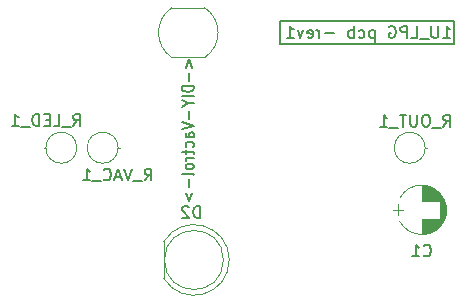
<source format=gbr>
G04 #@! TF.GenerationSoftware,KiCad,Pcbnew,(5.0.0)*
G04 #@! TF.CreationDate,2018-08-18T16:48:04+02:00*
G04 #@! TF.ProjectId,1u_lpg,31755F6C70672E6B696361645F706362,rev?*
G04 #@! TF.SameCoordinates,Original*
G04 #@! TF.FileFunction,Legend,Bot*
G04 #@! TF.FilePolarity,Positive*
%FSLAX46Y46*%
G04 Gerber Fmt 4.6, Leading zero omitted, Abs format (unit mm)*
G04 Created by KiCad (PCBNEW (5.0.0)) date 08/18/18 16:48:04*
%MOMM*%
%LPD*%
G01*
G04 APERTURE LIST*
%ADD10C,0.200000*%
%ADD11C,0.150000*%
%ADD12C,0.120000*%
G04 APERTURE END LIST*
D10*
X37500000Y-2250000D02*
X37500000Y-250000D01*
X22750000Y-2250000D02*
X37500000Y-2250000D01*
X22750000Y-250000D02*
X22750000Y-2250000D01*
X37500000Y-250000D02*
X22750000Y-250000D01*
D11*
X36583333Y-1702380D02*
X37154761Y-1702380D01*
X36869047Y-1702380D02*
X36869047Y-702380D01*
X36964285Y-845238D01*
X37059523Y-940476D01*
X37154761Y-988095D01*
X36154761Y-702380D02*
X36154761Y-1511904D01*
X36107142Y-1607142D01*
X36059523Y-1654761D01*
X35964285Y-1702380D01*
X35773809Y-1702380D01*
X35678571Y-1654761D01*
X35630952Y-1607142D01*
X35583333Y-1511904D01*
X35583333Y-702380D01*
X35345238Y-1797619D02*
X34583333Y-1797619D01*
X33869047Y-1702380D02*
X34345238Y-1702380D01*
X34345238Y-702380D01*
X33535714Y-1702380D02*
X33535714Y-702380D01*
X33154761Y-702380D01*
X33059523Y-750000D01*
X33011904Y-797619D01*
X32964285Y-892857D01*
X32964285Y-1035714D01*
X33011904Y-1130952D01*
X33059523Y-1178571D01*
X33154761Y-1226190D01*
X33535714Y-1226190D01*
X32011904Y-750000D02*
X32107142Y-702380D01*
X32250000Y-702380D01*
X32392857Y-750000D01*
X32488095Y-845238D01*
X32535714Y-940476D01*
X32583333Y-1130952D01*
X32583333Y-1273809D01*
X32535714Y-1464285D01*
X32488095Y-1559523D01*
X32392857Y-1654761D01*
X32250000Y-1702380D01*
X32154761Y-1702380D01*
X32011904Y-1654761D01*
X31964285Y-1607142D01*
X31964285Y-1273809D01*
X32154761Y-1273809D01*
X30773809Y-1035714D02*
X30773809Y-2035714D01*
X30773809Y-1083333D02*
X30678571Y-1035714D01*
X30488095Y-1035714D01*
X30392857Y-1083333D01*
X30345238Y-1130952D01*
X30297619Y-1226190D01*
X30297619Y-1511904D01*
X30345238Y-1607142D01*
X30392857Y-1654761D01*
X30488095Y-1702380D01*
X30678571Y-1702380D01*
X30773809Y-1654761D01*
X29440476Y-1654761D02*
X29535714Y-1702380D01*
X29726190Y-1702380D01*
X29821428Y-1654761D01*
X29869047Y-1607142D01*
X29916666Y-1511904D01*
X29916666Y-1226190D01*
X29869047Y-1130952D01*
X29821428Y-1083333D01*
X29726190Y-1035714D01*
X29535714Y-1035714D01*
X29440476Y-1083333D01*
X29011904Y-1702380D02*
X29011904Y-702380D01*
X29011904Y-1083333D02*
X28916666Y-1035714D01*
X28726190Y-1035714D01*
X28630952Y-1083333D01*
X28583333Y-1130952D01*
X28535714Y-1226190D01*
X28535714Y-1511904D01*
X28583333Y-1607142D01*
X28630952Y-1654761D01*
X28726190Y-1702380D01*
X28916666Y-1702380D01*
X29011904Y-1654761D01*
X27345238Y-1321428D02*
X26583333Y-1321428D01*
X26107142Y-1702380D02*
X26107142Y-1035714D01*
X26107142Y-1226190D02*
X26059523Y-1130952D01*
X26011904Y-1083333D01*
X25916666Y-1035714D01*
X25821428Y-1035714D01*
X25107142Y-1654761D02*
X25202380Y-1702380D01*
X25392857Y-1702380D01*
X25488095Y-1654761D01*
X25535714Y-1559523D01*
X25535714Y-1178571D01*
X25488095Y-1083333D01*
X25392857Y-1035714D01*
X25202380Y-1035714D01*
X25107142Y-1083333D01*
X25059523Y-1178571D01*
X25059523Y-1273809D01*
X25535714Y-1369047D01*
X24726190Y-1035714D02*
X24488095Y-1702380D01*
X24250000Y-1035714D01*
X23345238Y-1702380D02*
X23916666Y-1702380D01*
X23630952Y-1702380D02*
X23630952Y-702380D01*
X23726190Y-845238D01*
X23821428Y-940476D01*
X23916666Y-988095D01*
D10*
X14785714Y-4207142D02*
X15071428Y-3521428D01*
X15357142Y-4207142D01*
X15071428Y-4635714D02*
X15071428Y-5321428D01*
X15452380Y-5750000D02*
X14452380Y-5750000D01*
X14452380Y-5964285D01*
X14500000Y-6092857D01*
X14595238Y-6178571D01*
X14690476Y-6221428D01*
X14880952Y-6264285D01*
X15023809Y-6264285D01*
X15214285Y-6221428D01*
X15309523Y-6178571D01*
X15404761Y-6092857D01*
X15452380Y-5964285D01*
X15452380Y-5750000D01*
X15452380Y-6650000D02*
X14452380Y-6650000D01*
X14976190Y-7250000D02*
X15452380Y-7250000D01*
X14452380Y-6950000D02*
X14976190Y-7250000D01*
X14452380Y-7550000D01*
X15071428Y-7850000D02*
X15071428Y-8535714D01*
X14452380Y-8835714D02*
X15452380Y-9135714D01*
X14452380Y-9435714D01*
X15452380Y-10121428D02*
X14928571Y-10121428D01*
X14833333Y-10078571D01*
X14785714Y-9992857D01*
X14785714Y-9821428D01*
X14833333Y-9735714D01*
X15404761Y-10121428D02*
X15452380Y-10035714D01*
X15452380Y-9821428D01*
X15404761Y-9735714D01*
X15309523Y-9692857D01*
X15214285Y-9692857D01*
X15119047Y-9735714D01*
X15071428Y-9821428D01*
X15071428Y-10035714D01*
X15023809Y-10121428D01*
X15404761Y-10935714D02*
X15452380Y-10850000D01*
X15452380Y-10678571D01*
X15404761Y-10592857D01*
X15357142Y-10550000D01*
X15261904Y-10507142D01*
X14976190Y-10507142D01*
X14880952Y-10550000D01*
X14833333Y-10592857D01*
X14785714Y-10678571D01*
X14785714Y-10850000D01*
X14833333Y-10935714D01*
X14785714Y-11192857D02*
X14785714Y-11535714D01*
X14452380Y-11321428D02*
X15309523Y-11321428D01*
X15404761Y-11364285D01*
X15452380Y-11450000D01*
X15452380Y-11535714D01*
X15452380Y-11835714D02*
X14785714Y-11835714D01*
X14976190Y-11835714D02*
X14880952Y-11878571D01*
X14833333Y-11921428D01*
X14785714Y-12007142D01*
X14785714Y-12092857D01*
X15452380Y-12521428D02*
X15404761Y-12435714D01*
X15357142Y-12392857D01*
X15261904Y-12350000D01*
X14976190Y-12350000D01*
X14880952Y-12392857D01*
X14833333Y-12435714D01*
X14785714Y-12521428D01*
X14785714Y-12650000D01*
X14833333Y-12735714D01*
X14880952Y-12778571D01*
X14976190Y-12821428D01*
X15261904Y-12821428D01*
X15357142Y-12778571D01*
X15404761Y-12735714D01*
X15452380Y-12650000D01*
X15452380Y-12521428D01*
X15452380Y-13335714D02*
X15404761Y-13250000D01*
X15309523Y-13207142D01*
X14452380Y-13207142D01*
X15071428Y-13678571D02*
X15071428Y-14364285D01*
X14785714Y-14792857D02*
X15071428Y-15478571D01*
X15357142Y-14792857D01*
D12*
G04 #@! TO.C,C1*
X32750000Y-16700000D02*
X32750000Y-15800000D01*
X32300000Y-16250000D02*
X33200000Y-16250000D01*
X36831000Y-16415000D02*
X36831000Y-16085000D01*
X36791000Y-16665000D02*
X36791000Y-15835000D01*
X36751000Y-16817000D02*
X36751000Y-15683000D01*
X36711000Y-16936000D02*
X36711000Y-15564000D01*
X36671000Y-17036000D02*
X36671000Y-15464000D01*
X36631000Y-17124000D02*
X36631000Y-15376000D01*
X36591000Y-17202000D02*
X36591000Y-15298000D01*
X36551000Y-17273000D02*
X36551000Y-15227000D01*
X36511000Y-17338000D02*
X36511000Y-15162000D01*
X36471000Y-17398000D02*
X36471000Y-15102000D01*
X36431000Y-17454000D02*
X36431000Y-15046000D01*
X36391000Y-17506000D02*
X36391000Y-14994000D01*
X36351000Y-17555000D02*
X36351000Y-14945000D01*
X36311000Y-17601000D02*
X36311000Y-14899000D01*
X36271000Y-15470000D02*
X36271000Y-14855000D01*
X36271000Y-17645000D02*
X36271000Y-17030000D01*
X36231000Y-15470000D02*
X36231000Y-14814000D01*
X36231000Y-17686000D02*
X36231000Y-17030000D01*
X36191000Y-15470000D02*
X36191000Y-14775000D01*
X36191000Y-17725000D02*
X36191000Y-17030000D01*
X36151000Y-15470000D02*
X36151000Y-14738000D01*
X36151000Y-17762000D02*
X36151000Y-17030000D01*
X36111000Y-15470000D02*
X36111000Y-14703000D01*
X36111000Y-17797000D02*
X36111000Y-17030000D01*
X36071000Y-15470000D02*
X36071000Y-14669000D01*
X36071000Y-17831000D02*
X36071000Y-17030000D01*
X36031000Y-15470000D02*
X36031000Y-14637000D01*
X36031000Y-17863000D02*
X36031000Y-17030000D01*
X35991000Y-15470000D02*
X35991000Y-14607000D01*
X35991000Y-17893000D02*
X35991000Y-17030000D01*
X35951000Y-15470000D02*
X35951000Y-14578000D01*
X35951000Y-17922000D02*
X35951000Y-17030000D01*
X35911000Y-15470000D02*
X35911000Y-14551000D01*
X35911000Y-17949000D02*
X35911000Y-17030000D01*
X35871000Y-15470000D02*
X35871000Y-14525000D01*
X35871000Y-17975000D02*
X35871000Y-17030000D01*
X35831000Y-15470000D02*
X35831000Y-14500000D01*
X35831000Y-18000000D02*
X35831000Y-17030000D01*
X35791000Y-15470000D02*
X35791000Y-14477000D01*
X35791000Y-18023000D02*
X35791000Y-17030000D01*
X35751000Y-15470000D02*
X35751000Y-14454000D01*
X35751000Y-18046000D02*
X35751000Y-17030000D01*
X35711000Y-15470000D02*
X35711000Y-14433000D01*
X35711000Y-18067000D02*
X35711000Y-17030000D01*
X35671000Y-15470000D02*
X35671000Y-14413000D01*
X35671000Y-18087000D02*
X35671000Y-17030000D01*
X35631000Y-15470000D02*
X35631000Y-14394000D01*
X35631000Y-18106000D02*
X35631000Y-17030000D01*
X35591000Y-15470000D02*
X35591000Y-14376000D01*
X35591000Y-18124000D02*
X35591000Y-17030000D01*
X35551000Y-15470000D02*
X35551000Y-14359000D01*
X35551000Y-18141000D02*
X35551000Y-17030000D01*
X35511000Y-15470000D02*
X35511000Y-14343000D01*
X35511000Y-18157000D02*
X35511000Y-17030000D01*
X35471000Y-15470000D02*
X35471000Y-14327000D01*
X35471000Y-18173000D02*
X35471000Y-17030000D01*
X35430000Y-15470000D02*
X35430000Y-14313000D01*
X35430000Y-18187000D02*
X35430000Y-17030000D01*
X35390000Y-15470000D02*
X35390000Y-14300000D01*
X35390000Y-18200000D02*
X35390000Y-17030000D01*
X35350000Y-15470000D02*
X35350000Y-14287000D01*
X35350000Y-18213000D02*
X35350000Y-17030000D01*
X35310000Y-15470000D02*
X35310000Y-14276000D01*
X35310000Y-18224000D02*
X35310000Y-17030000D01*
X35270000Y-15470000D02*
X35270000Y-14265000D01*
X35270000Y-18235000D02*
X35270000Y-17030000D01*
X35230000Y-15470000D02*
X35230000Y-14255000D01*
X35230000Y-18245000D02*
X35230000Y-17030000D01*
X35190000Y-15470000D02*
X35190000Y-14246000D01*
X35190000Y-18254000D02*
X35190000Y-17030000D01*
X35150000Y-15470000D02*
X35150000Y-14238000D01*
X35150000Y-18262000D02*
X35150000Y-17030000D01*
X35110000Y-15470000D02*
X35110000Y-14231000D01*
X35110000Y-18269000D02*
X35110000Y-17030000D01*
X35070000Y-15470000D02*
X35070000Y-14224000D01*
X35070000Y-18276000D02*
X35070000Y-17030000D01*
X35030000Y-15470000D02*
X35030000Y-14218000D01*
X35030000Y-18282000D02*
X35030000Y-17030000D01*
X34990000Y-15470000D02*
X34990000Y-14213000D01*
X34990000Y-18287000D02*
X34990000Y-17030000D01*
X34950000Y-15470000D02*
X34950000Y-14209000D01*
X34950000Y-18291000D02*
X34950000Y-17030000D01*
X34910000Y-15470000D02*
X34910000Y-14206000D01*
X34910000Y-18294000D02*
X34910000Y-17030000D01*
X34870000Y-15470000D02*
X34870000Y-14203000D01*
X34870000Y-18297000D02*
X34870000Y-17030000D01*
X34830000Y-15470000D02*
X34830000Y-14201000D01*
X34830000Y-18299000D02*
X34830000Y-17030000D01*
X34790000Y-15470000D02*
X34790000Y-14200000D01*
X34790000Y-18300000D02*
X34790000Y-17030000D01*
X34750000Y-18300000D02*
X34750000Y-17030000D01*
X34750000Y-15470000D02*
X34750000Y-14200000D01*
X36596436Y-15270830D02*
G75*
G02X36595996Y-17230000I-1846436J-979170D01*
G01*
X36596436Y-15270830D02*
G75*
G03X32904004Y-15270000I-1846436J-979170D01*
G01*
X36596436Y-17229170D02*
G75*
G02X32904004Y-17230000I-1846436J979170D01*
G01*
G04 #@! TO.C,D2*
X12920000Y-22045000D02*
X12920000Y-18955000D01*
X17980000Y-20500000D02*
G75*
G03X17980000Y-20500000I-2500000J0D01*
G01*
X18470000Y-20500462D02*
G75*
G03X12920000Y-18955170I-2990000J462D01*
G01*
X18470000Y-20499538D02*
G75*
G02X12920000Y-22044830I-2990000J-462D01*
G01*
G04 #@! TO.C,R_LED_1*
X2940000Y-11000000D02*
X2810000Y-11000000D01*
X5560000Y-11000000D02*
G75*
G03X5560000Y-11000000I-1310000J0D01*
G01*
G04 #@! TO.C,R_OUT_1*
X35060000Y-11000000D02*
X35190000Y-11000000D01*
X35060000Y-11000000D02*
G75*
G03X35060000Y-11000000I-1310000J0D01*
G01*
G04 #@! TO.C,R_VAC_1*
X9060000Y-11000000D02*
G75*
G03X9060000Y-11000000I-1310000J0D01*
G01*
X9060000Y-11000000D02*
X9190000Y-11000000D01*
G04 #@! TO.C,VAC-PHOTO1*
X13613963Y-3359242D02*
G75*
G02X13600000Y850000I1386037J2109242D01*
G01*
X16386037Y859242D02*
G75*
G02X16400000Y-3350000I-1386037J-2109242D01*
G01*
X13600000Y-3350000D02*
X16400000Y-3350000D01*
X13600000Y850000D02*
X16400000Y850000D01*
G04 #@! TO.C,C1*
D11*
X34916666Y-20107142D02*
X34964285Y-20154761D01*
X35107142Y-20202380D01*
X35202380Y-20202380D01*
X35345238Y-20154761D01*
X35440476Y-20059523D01*
X35488095Y-19964285D01*
X35535714Y-19773809D01*
X35535714Y-19630952D01*
X35488095Y-19440476D01*
X35440476Y-19345238D01*
X35345238Y-19250000D01*
X35202380Y-19202380D01*
X35107142Y-19202380D01*
X34964285Y-19250000D01*
X34916666Y-19297619D01*
X33964285Y-20202380D02*
X34535714Y-20202380D01*
X34250000Y-20202380D02*
X34250000Y-19202380D01*
X34345238Y-19345238D01*
X34440476Y-19440476D01*
X34535714Y-19488095D01*
G04 #@! TO.C,D2*
X15988095Y-16952380D02*
X15988095Y-15952380D01*
X15750000Y-15952380D01*
X15607142Y-16000000D01*
X15511904Y-16095238D01*
X15464285Y-16190476D01*
X15416666Y-16380952D01*
X15416666Y-16523809D01*
X15464285Y-16714285D01*
X15511904Y-16809523D01*
X15607142Y-16904761D01*
X15750000Y-16952380D01*
X15988095Y-16952380D01*
X15035714Y-16047619D02*
X14988095Y-16000000D01*
X14892857Y-15952380D01*
X14654761Y-15952380D01*
X14559523Y-16000000D01*
X14511904Y-16047619D01*
X14464285Y-16142857D01*
X14464285Y-16238095D01*
X14511904Y-16380952D01*
X15083333Y-16952380D01*
X14464285Y-16952380D01*
G04 #@! TO.C,R_LED_1*
X5265714Y-9142380D02*
X5599047Y-8666190D01*
X5837142Y-9142380D02*
X5837142Y-8142380D01*
X5456190Y-8142380D01*
X5360952Y-8190000D01*
X5313333Y-8237619D01*
X5265714Y-8332857D01*
X5265714Y-8475714D01*
X5313333Y-8570952D01*
X5360952Y-8618571D01*
X5456190Y-8666190D01*
X5837142Y-8666190D01*
X5075238Y-9237619D02*
X4313333Y-9237619D01*
X3599047Y-9142380D02*
X4075238Y-9142380D01*
X4075238Y-8142380D01*
X3265714Y-8618571D02*
X2932380Y-8618571D01*
X2789523Y-9142380D02*
X3265714Y-9142380D01*
X3265714Y-8142380D01*
X2789523Y-8142380D01*
X2360952Y-9142380D02*
X2360952Y-8142380D01*
X2122857Y-8142380D01*
X1979999Y-8190000D01*
X1884761Y-8285238D01*
X1837142Y-8380476D01*
X1789523Y-8570952D01*
X1789523Y-8713809D01*
X1837142Y-8904285D01*
X1884761Y-8999523D01*
X1979999Y-9094761D01*
X2122857Y-9142380D01*
X2360952Y-9142380D01*
X1599047Y-9237619D02*
X837142Y-9237619D01*
X75238Y-9142380D02*
X646666Y-9142380D01*
X360952Y-9142380D02*
X360952Y-8142380D01*
X456190Y-8285238D01*
X551428Y-8380476D01*
X646666Y-8428095D01*
G04 #@! TO.C,R_OUT_1*
X36607142Y-9202380D02*
X36940476Y-8726190D01*
X37178571Y-9202380D02*
X37178571Y-8202380D01*
X36797619Y-8202380D01*
X36702380Y-8250000D01*
X36654761Y-8297619D01*
X36607142Y-8392857D01*
X36607142Y-8535714D01*
X36654761Y-8630952D01*
X36702380Y-8678571D01*
X36797619Y-8726190D01*
X37178571Y-8726190D01*
X36416666Y-9297619D02*
X35654761Y-9297619D01*
X35226190Y-8202380D02*
X35035714Y-8202380D01*
X34940476Y-8250000D01*
X34845238Y-8345238D01*
X34797619Y-8535714D01*
X34797619Y-8869047D01*
X34845238Y-9059523D01*
X34940476Y-9154761D01*
X35035714Y-9202380D01*
X35226190Y-9202380D01*
X35321428Y-9154761D01*
X35416666Y-9059523D01*
X35464285Y-8869047D01*
X35464285Y-8535714D01*
X35416666Y-8345238D01*
X35321428Y-8250000D01*
X35226190Y-8202380D01*
X34369047Y-8202380D02*
X34369047Y-9011904D01*
X34321428Y-9107142D01*
X34273809Y-9154761D01*
X34178571Y-9202380D01*
X33988095Y-9202380D01*
X33892857Y-9154761D01*
X33845238Y-9107142D01*
X33797619Y-9011904D01*
X33797619Y-8202380D01*
X33464285Y-8202380D02*
X32892857Y-8202380D01*
X33178571Y-9202380D02*
X33178571Y-8202380D01*
X32797619Y-9297619D02*
X32035714Y-9297619D01*
X31273809Y-9202380D02*
X31845238Y-9202380D01*
X31559523Y-9202380D02*
X31559523Y-8202380D01*
X31654761Y-8345238D01*
X31750000Y-8440476D01*
X31845238Y-8488095D01*
G04 #@! TO.C,R_VAC_1*
X11305714Y-13762380D02*
X11639047Y-13286190D01*
X11877142Y-13762380D02*
X11877142Y-12762380D01*
X11496190Y-12762380D01*
X11400952Y-12810000D01*
X11353333Y-12857619D01*
X11305714Y-12952857D01*
X11305714Y-13095714D01*
X11353333Y-13190952D01*
X11400952Y-13238571D01*
X11496190Y-13286190D01*
X11877142Y-13286190D01*
X11115238Y-13857619D02*
X10353333Y-13857619D01*
X10258095Y-12762380D02*
X9924761Y-13762380D01*
X9591428Y-12762380D01*
X9305714Y-13476666D02*
X8829523Y-13476666D01*
X9400952Y-13762380D02*
X9067619Y-12762380D01*
X8734285Y-13762380D01*
X7829523Y-13667142D02*
X7877142Y-13714761D01*
X8020000Y-13762380D01*
X8115238Y-13762380D01*
X8258095Y-13714761D01*
X8353333Y-13619523D01*
X8400952Y-13524285D01*
X8448571Y-13333809D01*
X8448571Y-13190952D01*
X8400952Y-13000476D01*
X8353333Y-12905238D01*
X8258095Y-12810000D01*
X8115238Y-12762380D01*
X8020000Y-12762380D01*
X7877142Y-12810000D01*
X7829523Y-12857619D01*
X7639047Y-13857619D02*
X6877142Y-13857619D01*
X6115238Y-13762380D02*
X6686666Y-13762380D01*
X6400952Y-13762380D02*
X6400952Y-12762380D01*
X6496190Y-12905238D01*
X6591428Y-13000476D01*
X6686666Y-13048095D01*
G04 #@! TD*
M02*

</source>
